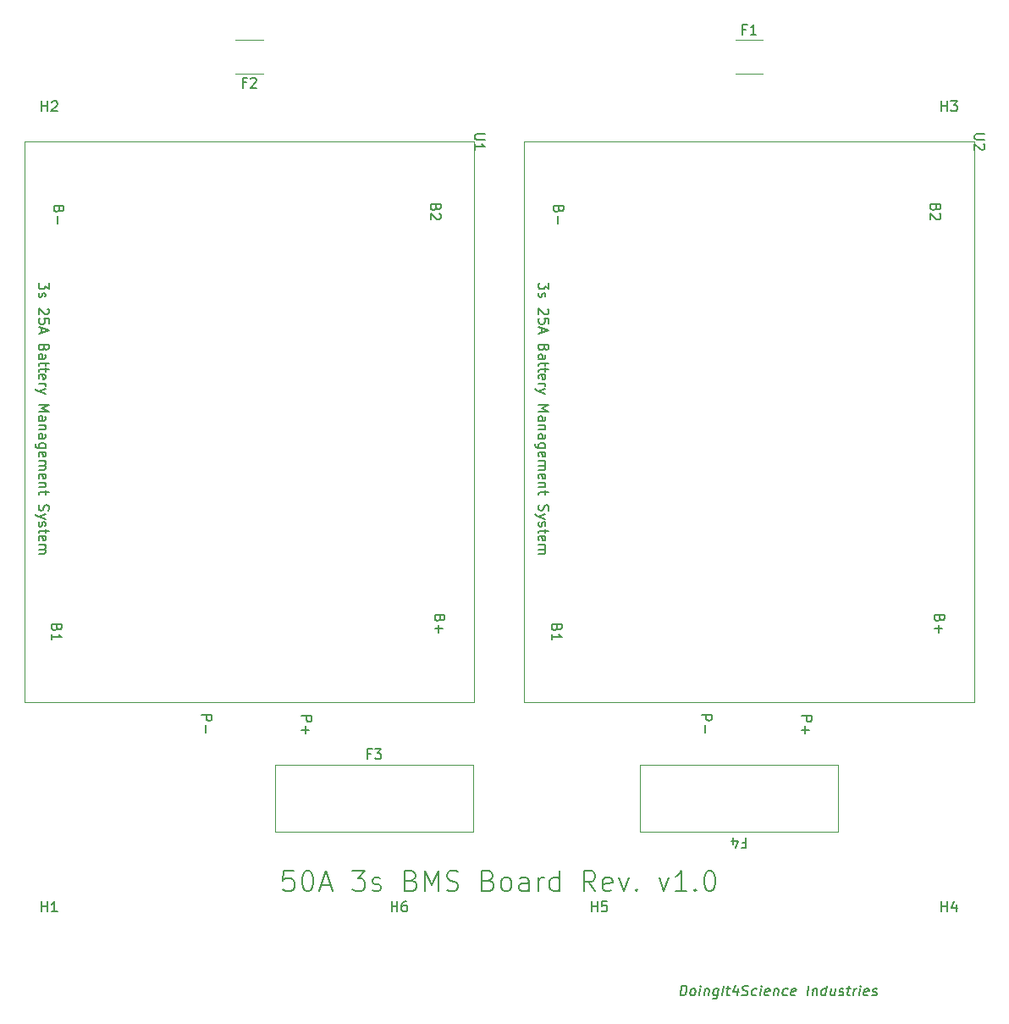
<source format=gbr>
%TF.GenerationSoftware,KiCad,Pcbnew,(6.0.7)*%
%TF.CreationDate,2022-10-27T22:38:12-07:00*%
%TF.ProjectId,3s25ABMS,33733235-4142-44d5-932e-6b696361645f,1.0*%
%TF.SameCoordinates,Original*%
%TF.FileFunction,Legend,Top*%
%TF.FilePolarity,Positive*%
%FSLAX46Y46*%
G04 Gerber Fmt 4.6, Leading zero omitted, Abs format (unit mm)*
G04 Created by KiCad (PCBNEW (6.0.7)) date 2022-10-27 22:38:12*
%MOMM*%
%LPD*%
G01*
G04 APERTURE LIST*
%ADD10C,0.150000*%
%ADD11C,0.120000*%
%ADD12C,0.050000*%
G04 APERTURE END LIST*
D10*
X118119613Y-148852380D02*
X118244613Y-147852380D01*
X118482708Y-147852380D01*
X118619613Y-147900000D01*
X118702946Y-147995238D01*
X118738660Y-148090476D01*
X118762470Y-148280952D01*
X118744613Y-148423809D01*
X118673184Y-148614285D01*
X118613660Y-148709523D01*
X118506517Y-148804761D01*
X118357708Y-148852380D01*
X118119613Y-148852380D01*
X119262470Y-148852380D02*
X119173184Y-148804761D01*
X119131517Y-148757142D01*
X119095803Y-148661904D01*
X119131517Y-148376190D01*
X119191041Y-148280952D01*
X119244613Y-148233333D01*
X119345803Y-148185714D01*
X119488660Y-148185714D01*
X119577946Y-148233333D01*
X119619613Y-148280952D01*
X119655327Y-148376190D01*
X119619613Y-148661904D01*
X119560089Y-148757142D01*
X119506517Y-148804761D01*
X119405327Y-148852380D01*
X119262470Y-148852380D01*
X120024375Y-148852380D02*
X120107708Y-148185714D01*
X120149375Y-147852380D02*
X120095803Y-147900000D01*
X120137470Y-147947619D01*
X120191041Y-147900000D01*
X120149375Y-147852380D01*
X120137470Y-147947619D01*
X120583898Y-148185714D02*
X120500565Y-148852380D01*
X120571994Y-148280952D02*
X120625565Y-148233333D01*
X120726755Y-148185714D01*
X120869613Y-148185714D01*
X120958898Y-148233333D01*
X120994613Y-148328571D01*
X120929136Y-148852380D01*
X121917232Y-148185714D02*
X121816041Y-148995238D01*
X121756517Y-149090476D01*
X121702946Y-149138095D01*
X121601755Y-149185714D01*
X121458898Y-149185714D01*
X121369613Y-149138095D01*
X121839851Y-148804761D02*
X121738660Y-148852380D01*
X121548184Y-148852380D01*
X121458898Y-148804761D01*
X121417232Y-148757142D01*
X121381517Y-148661904D01*
X121417232Y-148376190D01*
X121476755Y-148280952D01*
X121530327Y-148233333D01*
X121631517Y-148185714D01*
X121821994Y-148185714D01*
X121911279Y-148233333D01*
X122310089Y-148852380D02*
X122435089Y-147852380D01*
X122726755Y-148185714D02*
X123107708Y-148185714D01*
X122911279Y-147852380D02*
X122804136Y-148709523D01*
X122839851Y-148804761D01*
X122929136Y-148852380D01*
X123024375Y-148852380D01*
X123869613Y-148185714D02*
X123786279Y-148852380D01*
X123679136Y-147804761D02*
X123351755Y-148519047D01*
X123970803Y-148519047D01*
X124268422Y-148804761D02*
X124405327Y-148852380D01*
X124643422Y-148852380D01*
X124744613Y-148804761D01*
X124798184Y-148757142D01*
X124857708Y-148661904D01*
X124869613Y-148566666D01*
X124833898Y-148471428D01*
X124792232Y-148423809D01*
X124702946Y-148376190D01*
X124518422Y-148328571D01*
X124429136Y-148280952D01*
X124387470Y-148233333D01*
X124351755Y-148138095D01*
X124363660Y-148042857D01*
X124423184Y-147947619D01*
X124476755Y-147900000D01*
X124577946Y-147852380D01*
X124816041Y-147852380D01*
X124952946Y-147900000D01*
X125696994Y-148804761D02*
X125595803Y-148852380D01*
X125405327Y-148852380D01*
X125316041Y-148804761D01*
X125274375Y-148757142D01*
X125238660Y-148661904D01*
X125274375Y-148376190D01*
X125333898Y-148280952D01*
X125387470Y-148233333D01*
X125488660Y-148185714D01*
X125679136Y-148185714D01*
X125768422Y-148233333D01*
X126119613Y-148852380D02*
X126202946Y-148185714D01*
X126244613Y-147852380D02*
X126191041Y-147900000D01*
X126232708Y-147947619D01*
X126286279Y-147900000D01*
X126244613Y-147852380D01*
X126232708Y-147947619D01*
X126982708Y-148804761D02*
X126881517Y-148852380D01*
X126691041Y-148852380D01*
X126601755Y-148804761D01*
X126566041Y-148709523D01*
X126613660Y-148328571D01*
X126673184Y-148233333D01*
X126774375Y-148185714D01*
X126964851Y-148185714D01*
X127054136Y-148233333D01*
X127089851Y-148328571D01*
X127077946Y-148423809D01*
X126589851Y-148519047D01*
X127536279Y-148185714D02*
X127452946Y-148852380D01*
X127524375Y-148280952D02*
X127577946Y-148233333D01*
X127679136Y-148185714D01*
X127821994Y-148185714D01*
X127911279Y-148233333D01*
X127946994Y-148328571D01*
X127881517Y-148852380D01*
X128792232Y-148804761D02*
X128691041Y-148852380D01*
X128500565Y-148852380D01*
X128411279Y-148804761D01*
X128369613Y-148757142D01*
X128333898Y-148661904D01*
X128369613Y-148376190D01*
X128429136Y-148280952D01*
X128482708Y-148233333D01*
X128583898Y-148185714D01*
X128774375Y-148185714D01*
X128863660Y-148233333D01*
X129601755Y-148804761D02*
X129500565Y-148852380D01*
X129310089Y-148852380D01*
X129220803Y-148804761D01*
X129185089Y-148709523D01*
X129232708Y-148328571D01*
X129292232Y-148233333D01*
X129393422Y-148185714D01*
X129583898Y-148185714D01*
X129673184Y-148233333D01*
X129708898Y-148328571D01*
X129696994Y-148423809D01*
X129208898Y-148519047D01*
X130833898Y-148852380D02*
X130958898Y-147852380D01*
X131393422Y-148185714D02*
X131310089Y-148852380D01*
X131381517Y-148280952D02*
X131435089Y-148233333D01*
X131536279Y-148185714D01*
X131679136Y-148185714D01*
X131768422Y-148233333D01*
X131804136Y-148328571D01*
X131738660Y-148852380D01*
X132643422Y-148852380D02*
X132768422Y-147852380D01*
X132649375Y-148804761D02*
X132548184Y-148852380D01*
X132357708Y-148852380D01*
X132268422Y-148804761D01*
X132226755Y-148757142D01*
X132191041Y-148661904D01*
X132226755Y-148376190D01*
X132286279Y-148280952D01*
X132339851Y-148233333D01*
X132441041Y-148185714D01*
X132631517Y-148185714D01*
X132720803Y-148233333D01*
X133631517Y-148185714D02*
X133548184Y-148852380D01*
X133202946Y-148185714D02*
X133137470Y-148709523D01*
X133173184Y-148804761D01*
X133262470Y-148852380D01*
X133405327Y-148852380D01*
X133506517Y-148804761D01*
X133560089Y-148757142D01*
X133982708Y-148804761D02*
X134071994Y-148852380D01*
X134262470Y-148852380D01*
X134363660Y-148804761D01*
X134423184Y-148709523D01*
X134429136Y-148661904D01*
X134393422Y-148566666D01*
X134304136Y-148519047D01*
X134161279Y-148519047D01*
X134071994Y-148471428D01*
X134036279Y-148376190D01*
X134042232Y-148328571D01*
X134101755Y-148233333D01*
X134202946Y-148185714D01*
X134345803Y-148185714D01*
X134435089Y-148233333D01*
X134774375Y-148185714D02*
X135155327Y-148185714D01*
X134958898Y-147852380D02*
X134851755Y-148709523D01*
X134887470Y-148804761D01*
X134976755Y-148852380D01*
X135071994Y-148852380D01*
X135405327Y-148852380D02*
X135488660Y-148185714D01*
X135464851Y-148376190D02*
X135524375Y-148280952D01*
X135577946Y-148233333D01*
X135679136Y-148185714D01*
X135774375Y-148185714D01*
X136024375Y-148852380D02*
X136107708Y-148185714D01*
X136149375Y-147852380D02*
X136095803Y-147900000D01*
X136137470Y-147947619D01*
X136191041Y-147900000D01*
X136149375Y-147852380D01*
X136137470Y-147947619D01*
X136887470Y-148804761D02*
X136786279Y-148852380D01*
X136595803Y-148852380D01*
X136506517Y-148804761D01*
X136470803Y-148709523D01*
X136518422Y-148328571D01*
X136577946Y-148233333D01*
X136679136Y-148185714D01*
X136869613Y-148185714D01*
X136958898Y-148233333D01*
X136994613Y-148328571D01*
X136982708Y-148423809D01*
X136494613Y-148519047D01*
X137316041Y-148804761D02*
X137405327Y-148852380D01*
X137595803Y-148852380D01*
X137696994Y-148804761D01*
X137756517Y-148709523D01*
X137762470Y-148661904D01*
X137726755Y-148566666D01*
X137637470Y-148519047D01*
X137494613Y-148519047D01*
X137405327Y-148471428D01*
X137369613Y-148376190D01*
X137375565Y-148328571D01*
X137435089Y-148233333D01*
X137536279Y-148185714D01*
X137679136Y-148185714D01*
X137768422Y-148233333D01*
X79428571Y-136404761D02*
X78476190Y-136404761D01*
X78380952Y-137357142D01*
X78476190Y-137261904D01*
X78666666Y-137166666D01*
X79142857Y-137166666D01*
X79333333Y-137261904D01*
X79428571Y-137357142D01*
X79523809Y-137547619D01*
X79523809Y-138023809D01*
X79428571Y-138214285D01*
X79333333Y-138309523D01*
X79142857Y-138404761D01*
X78666666Y-138404761D01*
X78476190Y-138309523D01*
X78380952Y-138214285D01*
X80761904Y-136404761D02*
X80952380Y-136404761D01*
X81142857Y-136500000D01*
X81238095Y-136595238D01*
X81333333Y-136785714D01*
X81428571Y-137166666D01*
X81428571Y-137642857D01*
X81333333Y-138023809D01*
X81238095Y-138214285D01*
X81142857Y-138309523D01*
X80952380Y-138404761D01*
X80761904Y-138404761D01*
X80571428Y-138309523D01*
X80476190Y-138214285D01*
X80380952Y-138023809D01*
X80285714Y-137642857D01*
X80285714Y-137166666D01*
X80380952Y-136785714D01*
X80476190Y-136595238D01*
X80571428Y-136500000D01*
X80761904Y-136404761D01*
X82190476Y-137833333D02*
X83142857Y-137833333D01*
X82000000Y-138404761D02*
X82666666Y-136404761D01*
X83333333Y-138404761D01*
X85333333Y-136404761D02*
X86571428Y-136404761D01*
X85904761Y-137166666D01*
X86190476Y-137166666D01*
X86380952Y-137261904D01*
X86476190Y-137357142D01*
X86571428Y-137547619D01*
X86571428Y-138023809D01*
X86476190Y-138214285D01*
X86380952Y-138309523D01*
X86190476Y-138404761D01*
X85619047Y-138404761D01*
X85428571Y-138309523D01*
X85333333Y-138214285D01*
X87333333Y-138309523D02*
X87523809Y-138404761D01*
X87904761Y-138404761D01*
X88095238Y-138309523D01*
X88190476Y-138119047D01*
X88190476Y-138023809D01*
X88095238Y-137833333D01*
X87904761Y-137738095D01*
X87619047Y-137738095D01*
X87428571Y-137642857D01*
X87333333Y-137452380D01*
X87333333Y-137357142D01*
X87428571Y-137166666D01*
X87619047Y-137071428D01*
X87904761Y-137071428D01*
X88095238Y-137166666D01*
X91238095Y-137357142D02*
X91523809Y-137452380D01*
X91619047Y-137547619D01*
X91714285Y-137738095D01*
X91714285Y-138023809D01*
X91619047Y-138214285D01*
X91523809Y-138309523D01*
X91333333Y-138404761D01*
X90571428Y-138404761D01*
X90571428Y-136404761D01*
X91238095Y-136404761D01*
X91428571Y-136500000D01*
X91523809Y-136595238D01*
X91619047Y-136785714D01*
X91619047Y-136976190D01*
X91523809Y-137166666D01*
X91428571Y-137261904D01*
X91238095Y-137357142D01*
X90571428Y-137357142D01*
X92571428Y-138404761D02*
X92571428Y-136404761D01*
X93238095Y-137833333D01*
X93904761Y-136404761D01*
X93904761Y-138404761D01*
X94761904Y-138309523D02*
X95047619Y-138404761D01*
X95523809Y-138404761D01*
X95714285Y-138309523D01*
X95809523Y-138214285D01*
X95904761Y-138023809D01*
X95904761Y-137833333D01*
X95809523Y-137642857D01*
X95714285Y-137547619D01*
X95523809Y-137452380D01*
X95142857Y-137357142D01*
X94952380Y-137261904D01*
X94857142Y-137166666D01*
X94761904Y-136976190D01*
X94761904Y-136785714D01*
X94857142Y-136595238D01*
X94952380Y-136500000D01*
X95142857Y-136404761D01*
X95619047Y-136404761D01*
X95904761Y-136500000D01*
X98952380Y-137357142D02*
X99238095Y-137452380D01*
X99333333Y-137547619D01*
X99428571Y-137738095D01*
X99428571Y-138023809D01*
X99333333Y-138214285D01*
X99238095Y-138309523D01*
X99047619Y-138404761D01*
X98285714Y-138404761D01*
X98285714Y-136404761D01*
X98952380Y-136404761D01*
X99142857Y-136500000D01*
X99238095Y-136595238D01*
X99333333Y-136785714D01*
X99333333Y-136976190D01*
X99238095Y-137166666D01*
X99142857Y-137261904D01*
X98952380Y-137357142D01*
X98285714Y-137357142D01*
X100571428Y-138404761D02*
X100380952Y-138309523D01*
X100285714Y-138214285D01*
X100190476Y-138023809D01*
X100190476Y-137452380D01*
X100285714Y-137261904D01*
X100380952Y-137166666D01*
X100571428Y-137071428D01*
X100857142Y-137071428D01*
X101047619Y-137166666D01*
X101142857Y-137261904D01*
X101238095Y-137452380D01*
X101238095Y-138023809D01*
X101142857Y-138214285D01*
X101047619Y-138309523D01*
X100857142Y-138404761D01*
X100571428Y-138404761D01*
X102952380Y-138404761D02*
X102952380Y-137357142D01*
X102857142Y-137166666D01*
X102666666Y-137071428D01*
X102285714Y-137071428D01*
X102095238Y-137166666D01*
X102952380Y-138309523D02*
X102761904Y-138404761D01*
X102285714Y-138404761D01*
X102095238Y-138309523D01*
X102000000Y-138119047D01*
X102000000Y-137928571D01*
X102095238Y-137738095D01*
X102285714Y-137642857D01*
X102761904Y-137642857D01*
X102952380Y-137547619D01*
X103904761Y-138404761D02*
X103904761Y-137071428D01*
X103904761Y-137452380D02*
X104000000Y-137261904D01*
X104095238Y-137166666D01*
X104285714Y-137071428D01*
X104476190Y-137071428D01*
X106000000Y-138404761D02*
X106000000Y-136404761D01*
X106000000Y-138309523D02*
X105809523Y-138404761D01*
X105428571Y-138404761D01*
X105238095Y-138309523D01*
X105142857Y-138214285D01*
X105047619Y-138023809D01*
X105047619Y-137452380D01*
X105142857Y-137261904D01*
X105238095Y-137166666D01*
X105428571Y-137071428D01*
X105809523Y-137071428D01*
X106000000Y-137166666D01*
X109619047Y-138404761D02*
X108952380Y-137452380D01*
X108476190Y-138404761D02*
X108476190Y-136404761D01*
X109238095Y-136404761D01*
X109428571Y-136500000D01*
X109523809Y-136595238D01*
X109619047Y-136785714D01*
X109619047Y-137071428D01*
X109523809Y-137261904D01*
X109428571Y-137357142D01*
X109238095Y-137452380D01*
X108476190Y-137452380D01*
X111238095Y-138309523D02*
X111047619Y-138404761D01*
X110666666Y-138404761D01*
X110476190Y-138309523D01*
X110380952Y-138119047D01*
X110380952Y-137357142D01*
X110476190Y-137166666D01*
X110666666Y-137071428D01*
X111047619Y-137071428D01*
X111238095Y-137166666D01*
X111333333Y-137357142D01*
X111333333Y-137547619D01*
X110380952Y-137738095D01*
X112000000Y-137071428D02*
X112476190Y-138404761D01*
X112952380Y-137071428D01*
X113714285Y-138214285D02*
X113809523Y-138309523D01*
X113714285Y-138404761D01*
X113619047Y-138309523D01*
X113714285Y-138214285D01*
X113714285Y-138404761D01*
X116000000Y-137071428D02*
X116476190Y-138404761D01*
X116952380Y-137071428D01*
X118761904Y-138404761D02*
X117619047Y-138404761D01*
X118190476Y-138404761D02*
X118190476Y-136404761D01*
X118000000Y-136690476D01*
X117809523Y-136880952D01*
X117619047Y-136976190D01*
X119619047Y-138214285D02*
X119714285Y-138309523D01*
X119619047Y-138404761D01*
X119523809Y-138309523D01*
X119619047Y-138214285D01*
X119619047Y-138404761D01*
X120952380Y-136404761D02*
X121142857Y-136404761D01*
X121333333Y-136500000D01*
X121428571Y-136595238D01*
X121523809Y-136785714D01*
X121619047Y-137166666D01*
X121619047Y-137642857D01*
X121523809Y-138023809D01*
X121428571Y-138214285D01*
X121333333Y-138309523D01*
X121142857Y-138404761D01*
X120952380Y-138404761D01*
X120761904Y-138309523D01*
X120666666Y-138214285D01*
X120571428Y-138023809D01*
X120476190Y-137642857D01*
X120476190Y-137166666D01*
X120571428Y-136785714D01*
X120666666Y-136595238D01*
X120761904Y-136500000D01*
X120952380Y-136404761D01*
%TO.C,F2*%
X74666666Y-57578571D02*
X74333333Y-57578571D01*
X74333333Y-58102380D02*
X74333333Y-57102380D01*
X74809523Y-57102380D01*
X75142857Y-57197619D02*
X75190476Y-57150000D01*
X75285714Y-57102380D01*
X75523809Y-57102380D01*
X75619047Y-57150000D01*
X75666666Y-57197619D01*
X75714285Y-57292857D01*
X75714285Y-57388095D01*
X75666666Y-57530952D01*
X75095238Y-58102380D01*
X75714285Y-58102380D01*
%TO.C,U2*%
X148547619Y-62738095D02*
X147738095Y-62738095D01*
X147642857Y-62785714D01*
X147595238Y-62833333D01*
X147547619Y-62928571D01*
X147547619Y-63119047D01*
X147595238Y-63214285D01*
X147642857Y-63261904D01*
X147738095Y-63309523D01*
X148547619Y-63309523D01*
X148452380Y-63738095D02*
X148500000Y-63785714D01*
X148547619Y-63880952D01*
X148547619Y-64119047D01*
X148500000Y-64214285D01*
X148452380Y-64261904D01*
X148357142Y-64309523D01*
X148261904Y-64309523D01*
X148119047Y-64261904D01*
X147547619Y-63690476D01*
X147547619Y-64309523D01*
X130247619Y-120919047D02*
X131247619Y-120919047D01*
X131247619Y-121300000D01*
X131200000Y-121395238D01*
X131152380Y-121442857D01*
X131057142Y-121490476D01*
X130914285Y-121490476D01*
X130819047Y-121442857D01*
X130771428Y-121395238D01*
X130723809Y-121300000D01*
X130723809Y-120919047D01*
X130628571Y-121919047D02*
X130628571Y-122680952D01*
X130247619Y-122300000D02*
X131009523Y-122300000D01*
X144071428Y-111152380D02*
X144023809Y-111295238D01*
X143976190Y-111342857D01*
X143880952Y-111390476D01*
X143738095Y-111390476D01*
X143642857Y-111342857D01*
X143595238Y-111295238D01*
X143547619Y-111200000D01*
X143547619Y-110819047D01*
X144547619Y-110819047D01*
X144547619Y-111152380D01*
X144500000Y-111247619D01*
X144452380Y-111295238D01*
X144357142Y-111342857D01*
X144261904Y-111342857D01*
X144166666Y-111295238D01*
X144119047Y-111247619D01*
X144071428Y-111152380D01*
X144071428Y-110819047D01*
X143928571Y-111819047D02*
X143928571Y-112580952D01*
X143547619Y-112200000D02*
X144309523Y-112200000D01*
X120247619Y-120819047D02*
X121247619Y-120819047D01*
X121247619Y-121200000D01*
X121200000Y-121295238D01*
X121152380Y-121342857D01*
X121057142Y-121390476D01*
X120914285Y-121390476D01*
X120819047Y-121342857D01*
X120771428Y-121295238D01*
X120723809Y-121200000D01*
X120723809Y-120819047D01*
X120628571Y-121819047D02*
X120628571Y-122580952D01*
X143671428Y-70095238D02*
X143623809Y-70238095D01*
X143576190Y-70285714D01*
X143480952Y-70333333D01*
X143338095Y-70333333D01*
X143242857Y-70285714D01*
X143195238Y-70238095D01*
X143147619Y-70142857D01*
X143147619Y-69761904D01*
X144147619Y-69761904D01*
X144147619Y-70095238D01*
X144100000Y-70190476D01*
X144052380Y-70238095D01*
X143957142Y-70285714D01*
X143861904Y-70285714D01*
X143766666Y-70238095D01*
X143719047Y-70190476D01*
X143671428Y-70095238D01*
X143671428Y-69761904D01*
X144052380Y-70714285D02*
X144100000Y-70761904D01*
X144147619Y-70857142D01*
X144147619Y-71095238D01*
X144100000Y-71190476D01*
X144052380Y-71238095D01*
X143957142Y-71285714D01*
X143861904Y-71285714D01*
X143719047Y-71238095D01*
X143147619Y-70666666D01*
X143147619Y-71285714D01*
X104947619Y-77628571D02*
X104947619Y-78247619D01*
X104566666Y-77914285D01*
X104566666Y-78057142D01*
X104519047Y-78152380D01*
X104471428Y-78200000D01*
X104376190Y-78247619D01*
X104138095Y-78247619D01*
X104042857Y-78200000D01*
X103995238Y-78152380D01*
X103947619Y-78057142D01*
X103947619Y-77771428D01*
X103995238Y-77676190D01*
X104042857Y-77628571D01*
X103995238Y-78628571D02*
X103947619Y-78723809D01*
X103947619Y-78914285D01*
X103995238Y-79009523D01*
X104090476Y-79057142D01*
X104138095Y-79057142D01*
X104233333Y-79009523D01*
X104280952Y-78914285D01*
X104280952Y-78771428D01*
X104328571Y-78676190D01*
X104423809Y-78628571D01*
X104471428Y-78628571D01*
X104566666Y-78676190D01*
X104614285Y-78771428D01*
X104614285Y-78914285D01*
X104566666Y-79009523D01*
X104852380Y-80200000D02*
X104900000Y-80247619D01*
X104947619Y-80342857D01*
X104947619Y-80580952D01*
X104900000Y-80676190D01*
X104852380Y-80723809D01*
X104757142Y-80771428D01*
X104661904Y-80771428D01*
X104519047Y-80723809D01*
X103947619Y-80152380D01*
X103947619Y-80771428D01*
X104947619Y-81676190D02*
X104947619Y-81200000D01*
X104471428Y-81152380D01*
X104519047Y-81200000D01*
X104566666Y-81295238D01*
X104566666Y-81533333D01*
X104519047Y-81628571D01*
X104471428Y-81676190D01*
X104376190Y-81723809D01*
X104138095Y-81723809D01*
X104042857Y-81676190D01*
X103995238Y-81628571D01*
X103947619Y-81533333D01*
X103947619Y-81295238D01*
X103995238Y-81200000D01*
X104042857Y-81152380D01*
X104233333Y-82104761D02*
X104233333Y-82580952D01*
X103947619Y-82009523D02*
X104947619Y-82342857D01*
X103947619Y-82676190D01*
X104471428Y-84104761D02*
X104423809Y-84247619D01*
X104376190Y-84295238D01*
X104280952Y-84342857D01*
X104138095Y-84342857D01*
X104042857Y-84295238D01*
X103995238Y-84247619D01*
X103947619Y-84152380D01*
X103947619Y-83771428D01*
X104947619Y-83771428D01*
X104947619Y-84104761D01*
X104900000Y-84200000D01*
X104852380Y-84247619D01*
X104757142Y-84295238D01*
X104661904Y-84295238D01*
X104566666Y-84247619D01*
X104519047Y-84200000D01*
X104471428Y-84104761D01*
X104471428Y-83771428D01*
X103947619Y-85200000D02*
X104471428Y-85200000D01*
X104566666Y-85152380D01*
X104614285Y-85057142D01*
X104614285Y-84866666D01*
X104566666Y-84771428D01*
X103995238Y-85200000D02*
X103947619Y-85104761D01*
X103947619Y-84866666D01*
X103995238Y-84771428D01*
X104090476Y-84723809D01*
X104185714Y-84723809D01*
X104280952Y-84771428D01*
X104328571Y-84866666D01*
X104328571Y-85104761D01*
X104376190Y-85200000D01*
X104614285Y-85533333D02*
X104614285Y-85914285D01*
X104947619Y-85676190D02*
X104090476Y-85676190D01*
X103995238Y-85723809D01*
X103947619Y-85819047D01*
X103947619Y-85914285D01*
X104614285Y-86104761D02*
X104614285Y-86485714D01*
X104947619Y-86247619D02*
X104090476Y-86247619D01*
X103995238Y-86295238D01*
X103947619Y-86390476D01*
X103947619Y-86485714D01*
X103995238Y-87200000D02*
X103947619Y-87104761D01*
X103947619Y-86914285D01*
X103995238Y-86819047D01*
X104090476Y-86771428D01*
X104471428Y-86771428D01*
X104566666Y-86819047D01*
X104614285Y-86914285D01*
X104614285Y-87104761D01*
X104566666Y-87200000D01*
X104471428Y-87247619D01*
X104376190Y-87247619D01*
X104280952Y-86771428D01*
X103947619Y-87676190D02*
X104614285Y-87676190D01*
X104423809Y-87676190D02*
X104519047Y-87723809D01*
X104566666Y-87771428D01*
X104614285Y-87866666D01*
X104614285Y-87961904D01*
X104614285Y-88200000D02*
X103947619Y-88438095D01*
X104614285Y-88676190D02*
X103947619Y-88438095D01*
X103709523Y-88342857D01*
X103661904Y-88295238D01*
X103614285Y-88200000D01*
X103947619Y-89819047D02*
X104947619Y-89819047D01*
X104233333Y-90152380D01*
X104947619Y-90485714D01*
X103947619Y-90485714D01*
X103947619Y-91390476D02*
X104471428Y-91390476D01*
X104566666Y-91342857D01*
X104614285Y-91247619D01*
X104614285Y-91057142D01*
X104566666Y-90961904D01*
X103995238Y-91390476D02*
X103947619Y-91295238D01*
X103947619Y-91057142D01*
X103995238Y-90961904D01*
X104090476Y-90914285D01*
X104185714Y-90914285D01*
X104280952Y-90961904D01*
X104328571Y-91057142D01*
X104328571Y-91295238D01*
X104376190Y-91390476D01*
X104614285Y-91866666D02*
X103947619Y-91866666D01*
X104519047Y-91866666D02*
X104566666Y-91914285D01*
X104614285Y-92009523D01*
X104614285Y-92152380D01*
X104566666Y-92247619D01*
X104471428Y-92295238D01*
X103947619Y-92295238D01*
X103947619Y-93200000D02*
X104471428Y-93200000D01*
X104566666Y-93152380D01*
X104614285Y-93057142D01*
X104614285Y-92866666D01*
X104566666Y-92771428D01*
X103995238Y-93200000D02*
X103947619Y-93104761D01*
X103947619Y-92866666D01*
X103995238Y-92771428D01*
X104090476Y-92723809D01*
X104185714Y-92723809D01*
X104280952Y-92771428D01*
X104328571Y-92866666D01*
X104328571Y-93104761D01*
X104376190Y-93200000D01*
X104614285Y-94104761D02*
X103804761Y-94104761D01*
X103709523Y-94057142D01*
X103661904Y-94009523D01*
X103614285Y-93914285D01*
X103614285Y-93771428D01*
X103661904Y-93676190D01*
X103995238Y-94104761D02*
X103947619Y-94009523D01*
X103947619Y-93819047D01*
X103995238Y-93723809D01*
X104042857Y-93676190D01*
X104138095Y-93628571D01*
X104423809Y-93628571D01*
X104519047Y-93676190D01*
X104566666Y-93723809D01*
X104614285Y-93819047D01*
X104614285Y-94009523D01*
X104566666Y-94104761D01*
X103995238Y-94961904D02*
X103947619Y-94866666D01*
X103947619Y-94676190D01*
X103995238Y-94580952D01*
X104090476Y-94533333D01*
X104471428Y-94533333D01*
X104566666Y-94580952D01*
X104614285Y-94676190D01*
X104614285Y-94866666D01*
X104566666Y-94961904D01*
X104471428Y-95009523D01*
X104376190Y-95009523D01*
X104280952Y-94533333D01*
X103947619Y-95438095D02*
X104614285Y-95438095D01*
X104519047Y-95438095D02*
X104566666Y-95485714D01*
X104614285Y-95580952D01*
X104614285Y-95723809D01*
X104566666Y-95819047D01*
X104471428Y-95866666D01*
X103947619Y-95866666D01*
X104471428Y-95866666D02*
X104566666Y-95914285D01*
X104614285Y-96009523D01*
X104614285Y-96152380D01*
X104566666Y-96247619D01*
X104471428Y-96295238D01*
X103947619Y-96295238D01*
X103995238Y-97152380D02*
X103947619Y-97057142D01*
X103947619Y-96866666D01*
X103995238Y-96771428D01*
X104090476Y-96723809D01*
X104471428Y-96723809D01*
X104566666Y-96771428D01*
X104614285Y-96866666D01*
X104614285Y-97057142D01*
X104566666Y-97152380D01*
X104471428Y-97200000D01*
X104376190Y-97200000D01*
X104280952Y-96723809D01*
X104614285Y-97628571D02*
X103947619Y-97628571D01*
X104519047Y-97628571D02*
X104566666Y-97676190D01*
X104614285Y-97771428D01*
X104614285Y-97914285D01*
X104566666Y-98009523D01*
X104471428Y-98057142D01*
X103947619Y-98057142D01*
X104614285Y-98390476D02*
X104614285Y-98771428D01*
X104947619Y-98533333D02*
X104090476Y-98533333D01*
X103995238Y-98580952D01*
X103947619Y-98676190D01*
X103947619Y-98771428D01*
X103995238Y-99819047D02*
X103947619Y-99961904D01*
X103947619Y-100200000D01*
X103995238Y-100295238D01*
X104042857Y-100342857D01*
X104138095Y-100390476D01*
X104233333Y-100390476D01*
X104328571Y-100342857D01*
X104376190Y-100295238D01*
X104423809Y-100200000D01*
X104471428Y-100009523D01*
X104519047Y-99914285D01*
X104566666Y-99866666D01*
X104661904Y-99819047D01*
X104757142Y-99819047D01*
X104852380Y-99866666D01*
X104900000Y-99914285D01*
X104947619Y-100009523D01*
X104947619Y-100247619D01*
X104900000Y-100390476D01*
X104614285Y-100723809D02*
X103947619Y-100961904D01*
X104614285Y-101200000D02*
X103947619Y-100961904D01*
X103709523Y-100866666D01*
X103661904Y-100819047D01*
X103614285Y-100723809D01*
X103995238Y-101533333D02*
X103947619Y-101628571D01*
X103947619Y-101819047D01*
X103995238Y-101914285D01*
X104090476Y-101961904D01*
X104138095Y-101961904D01*
X104233333Y-101914285D01*
X104280952Y-101819047D01*
X104280952Y-101676190D01*
X104328571Y-101580952D01*
X104423809Y-101533333D01*
X104471428Y-101533333D01*
X104566666Y-101580952D01*
X104614285Y-101676190D01*
X104614285Y-101819047D01*
X104566666Y-101914285D01*
X104614285Y-102247619D02*
X104614285Y-102628571D01*
X104947619Y-102390476D02*
X104090476Y-102390476D01*
X103995238Y-102438095D01*
X103947619Y-102533333D01*
X103947619Y-102628571D01*
X103995238Y-103342857D02*
X103947619Y-103247619D01*
X103947619Y-103057142D01*
X103995238Y-102961904D01*
X104090476Y-102914285D01*
X104471428Y-102914285D01*
X104566666Y-102961904D01*
X104614285Y-103057142D01*
X104614285Y-103247619D01*
X104566666Y-103342857D01*
X104471428Y-103390476D01*
X104376190Y-103390476D01*
X104280952Y-102914285D01*
X103947619Y-103819047D02*
X104614285Y-103819047D01*
X104519047Y-103819047D02*
X104566666Y-103866666D01*
X104614285Y-103961904D01*
X104614285Y-104104761D01*
X104566666Y-104200000D01*
X104471428Y-104247619D01*
X103947619Y-104247619D01*
X104471428Y-104247619D02*
X104566666Y-104295238D01*
X104614285Y-104390476D01*
X104614285Y-104533333D01*
X104566666Y-104628571D01*
X104471428Y-104676190D01*
X103947619Y-104676190D01*
X105771428Y-112095238D02*
X105723809Y-112238095D01*
X105676190Y-112285714D01*
X105580952Y-112333333D01*
X105438095Y-112333333D01*
X105342857Y-112285714D01*
X105295238Y-112238095D01*
X105247619Y-112142857D01*
X105247619Y-111761904D01*
X106247619Y-111761904D01*
X106247619Y-112095238D01*
X106200000Y-112190476D01*
X106152380Y-112238095D01*
X106057142Y-112285714D01*
X105961904Y-112285714D01*
X105866666Y-112238095D01*
X105819047Y-112190476D01*
X105771428Y-112095238D01*
X105771428Y-111761904D01*
X105247619Y-113285714D02*
X105247619Y-112714285D01*
X105247619Y-113000000D02*
X106247619Y-113000000D01*
X106104761Y-112904761D01*
X106009523Y-112809523D01*
X105961904Y-112714285D01*
X105971428Y-70252380D02*
X105923809Y-70395238D01*
X105876190Y-70442857D01*
X105780952Y-70490476D01*
X105638095Y-70490476D01*
X105542857Y-70442857D01*
X105495238Y-70395238D01*
X105447619Y-70300000D01*
X105447619Y-69919047D01*
X106447619Y-69919047D01*
X106447619Y-70252380D01*
X106400000Y-70347619D01*
X106352380Y-70395238D01*
X106257142Y-70442857D01*
X106161904Y-70442857D01*
X106066666Y-70395238D01*
X106019047Y-70347619D01*
X105971428Y-70252380D01*
X105971428Y-69919047D01*
X105828571Y-70919047D02*
X105828571Y-71680952D01*
%TO.C,H1*%
X54238095Y-140452380D02*
X54238095Y-139452380D01*
X54238095Y-139928571D02*
X54809523Y-139928571D01*
X54809523Y-140452380D02*
X54809523Y-139452380D01*
X55809523Y-140452380D02*
X55238095Y-140452380D01*
X55523809Y-140452380D02*
X55523809Y-139452380D01*
X55428571Y-139595238D01*
X55333333Y-139690476D01*
X55238095Y-139738095D01*
%TO.C,H2*%
X54238095Y-60452380D02*
X54238095Y-59452380D01*
X54238095Y-59928571D02*
X54809523Y-59928571D01*
X54809523Y-60452380D02*
X54809523Y-59452380D01*
X55238095Y-59547619D02*
X55285714Y-59500000D01*
X55380952Y-59452380D01*
X55619047Y-59452380D01*
X55714285Y-59500000D01*
X55761904Y-59547619D01*
X55809523Y-59642857D01*
X55809523Y-59738095D01*
X55761904Y-59880952D01*
X55190476Y-60452380D01*
X55809523Y-60452380D01*
%TO.C,F1*%
X124666666Y-52278571D02*
X124333333Y-52278571D01*
X124333333Y-52802380D02*
X124333333Y-51802380D01*
X124809523Y-51802380D01*
X125714285Y-52802380D02*
X125142857Y-52802380D01*
X125428571Y-52802380D02*
X125428571Y-51802380D01*
X125333333Y-51945238D01*
X125238095Y-52040476D01*
X125142857Y-52088095D01*
%TO.C,H5*%
X109238095Y-140452380D02*
X109238095Y-139452380D01*
X109238095Y-139928571D02*
X109809523Y-139928571D01*
X109809523Y-140452380D02*
X109809523Y-139452380D01*
X110761904Y-139452380D02*
X110285714Y-139452380D01*
X110238095Y-139928571D01*
X110285714Y-139880952D01*
X110380952Y-139833333D01*
X110619047Y-139833333D01*
X110714285Y-139880952D01*
X110761904Y-139928571D01*
X110809523Y-140023809D01*
X110809523Y-140261904D01*
X110761904Y-140357142D01*
X110714285Y-140404761D01*
X110619047Y-140452380D01*
X110380952Y-140452380D01*
X110285714Y-140404761D01*
X110238095Y-140357142D01*
%TO.C,F4*%
X124353333Y-133571428D02*
X124686666Y-133571428D01*
X124686666Y-133047619D02*
X124686666Y-134047619D01*
X124210476Y-134047619D01*
X123400952Y-133714285D02*
X123400952Y-133047619D01*
X123639047Y-134095238D02*
X123877142Y-133380952D01*
X123258095Y-133380952D01*
%TO.C,H6*%
X89238095Y-140452380D02*
X89238095Y-139452380D01*
X89238095Y-139928571D02*
X89809523Y-139928571D01*
X89809523Y-140452380D02*
X89809523Y-139452380D01*
X90714285Y-139452380D02*
X90523809Y-139452380D01*
X90428571Y-139500000D01*
X90380952Y-139547619D01*
X90285714Y-139690476D01*
X90238095Y-139880952D01*
X90238095Y-140261904D01*
X90285714Y-140357142D01*
X90333333Y-140404761D01*
X90428571Y-140452380D01*
X90619047Y-140452380D01*
X90714285Y-140404761D01*
X90761904Y-140357142D01*
X90809523Y-140261904D01*
X90809523Y-140023809D01*
X90761904Y-139928571D01*
X90714285Y-139880952D01*
X90619047Y-139833333D01*
X90428571Y-139833333D01*
X90333333Y-139880952D01*
X90285714Y-139928571D01*
X90238095Y-140023809D01*
%TO.C,H4*%
X144238095Y-140452380D02*
X144238095Y-139452380D01*
X144238095Y-139928571D02*
X144809523Y-139928571D01*
X144809523Y-140452380D02*
X144809523Y-139452380D01*
X145714285Y-139785714D02*
X145714285Y-140452380D01*
X145476190Y-139404761D02*
X145238095Y-140119047D01*
X145857142Y-140119047D01*
%TO.C,H3*%
X144238095Y-60452380D02*
X144238095Y-59452380D01*
X144238095Y-59928571D02*
X144809523Y-59928571D01*
X144809523Y-60452380D02*
X144809523Y-59452380D01*
X145190476Y-59452380D02*
X145809523Y-59452380D01*
X145476190Y-59833333D01*
X145619047Y-59833333D01*
X145714285Y-59880952D01*
X145761904Y-59928571D01*
X145809523Y-60023809D01*
X145809523Y-60261904D01*
X145761904Y-60357142D01*
X145714285Y-60404761D01*
X145619047Y-60452380D01*
X145333333Y-60452380D01*
X145238095Y-60404761D01*
X145190476Y-60357142D01*
%TO.C,U1*%
X98547619Y-62738095D02*
X97738095Y-62738095D01*
X97642857Y-62785714D01*
X97595238Y-62833333D01*
X97547619Y-62928571D01*
X97547619Y-63119047D01*
X97595238Y-63214285D01*
X97642857Y-63261904D01*
X97738095Y-63309523D01*
X98547619Y-63309523D01*
X97547619Y-64309523D02*
X97547619Y-63738095D01*
X97547619Y-64023809D02*
X98547619Y-64023809D01*
X98404761Y-63928571D01*
X98309523Y-63833333D01*
X98261904Y-63738095D01*
X80247619Y-120919047D02*
X81247619Y-120919047D01*
X81247619Y-121300000D01*
X81200000Y-121395238D01*
X81152380Y-121442857D01*
X81057142Y-121490476D01*
X80914285Y-121490476D01*
X80819047Y-121442857D01*
X80771428Y-121395238D01*
X80723809Y-121300000D01*
X80723809Y-120919047D01*
X80628571Y-121919047D02*
X80628571Y-122680952D01*
X80247619Y-122300000D02*
X81009523Y-122300000D01*
X70247619Y-120819047D02*
X71247619Y-120819047D01*
X71247619Y-121200000D01*
X71200000Y-121295238D01*
X71152380Y-121342857D01*
X71057142Y-121390476D01*
X70914285Y-121390476D01*
X70819047Y-121342857D01*
X70771428Y-121295238D01*
X70723809Y-121200000D01*
X70723809Y-120819047D01*
X70628571Y-121819047D02*
X70628571Y-122580952D01*
X55971428Y-70252380D02*
X55923809Y-70395238D01*
X55876190Y-70442857D01*
X55780952Y-70490476D01*
X55638095Y-70490476D01*
X55542857Y-70442857D01*
X55495238Y-70395238D01*
X55447619Y-70300000D01*
X55447619Y-69919047D01*
X56447619Y-69919047D01*
X56447619Y-70252380D01*
X56400000Y-70347619D01*
X56352380Y-70395238D01*
X56257142Y-70442857D01*
X56161904Y-70442857D01*
X56066666Y-70395238D01*
X56019047Y-70347619D01*
X55971428Y-70252380D01*
X55971428Y-69919047D01*
X55828571Y-70919047D02*
X55828571Y-71680952D01*
X55771428Y-112095238D02*
X55723809Y-112238095D01*
X55676190Y-112285714D01*
X55580952Y-112333333D01*
X55438095Y-112333333D01*
X55342857Y-112285714D01*
X55295238Y-112238095D01*
X55247619Y-112142857D01*
X55247619Y-111761904D01*
X56247619Y-111761904D01*
X56247619Y-112095238D01*
X56200000Y-112190476D01*
X56152380Y-112238095D01*
X56057142Y-112285714D01*
X55961904Y-112285714D01*
X55866666Y-112238095D01*
X55819047Y-112190476D01*
X55771428Y-112095238D01*
X55771428Y-111761904D01*
X55247619Y-113285714D02*
X55247619Y-112714285D01*
X55247619Y-113000000D02*
X56247619Y-113000000D01*
X56104761Y-112904761D01*
X56009523Y-112809523D01*
X55961904Y-112714285D01*
X94071428Y-111152380D02*
X94023809Y-111295238D01*
X93976190Y-111342857D01*
X93880952Y-111390476D01*
X93738095Y-111390476D01*
X93642857Y-111342857D01*
X93595238Y-111295238D01*
X93547619Y-111200000D01*
X93547619Y-110819047D01*
X94547619Y-110819047D01*
X94547619Y-111152380D01*
X94500000Y-111247619D01*
X94452380Y-111295238D01*
X94357142Y-111342857D01*
X94261904Y-111342857D01*
X94166666Y-111295238D01*
X94119047Y-111247619D01*
X94071428Y-111152380D01*
X94071428Y-110819047D01*
X93928571Y-111819047D02*
X93928571Y-112580952D01*
X93547619Y-112200000D02*
X94309523Y-112200000D01*
X93671428Y-70095238D02*
X93623809Y-70238095D01*
X93576190Y-70285714D01*
X93480952Y-70333333D01*
X93338095Y-70333333D01*
X93242857Y-70285714D01*
X93195238Y-70238095D01*
X93147619Y-70142857D01*
X93147619Y-69761904D01*
X94147619Y-69761904D01*
X94147619Y-70095238D01*
X94100000Y-70190476D01*
X94052380Y-70238095D01*
X93957142Y-70285714D01*
X93861904Y-70285714D01*
X93766666Y-70238095D01*
X93719047Y-70190476D01*
X93671428Y-70095238D01*
X93671428Y-69761904D01*
X94052380Y-70714285D02*
X94100000Y-70761904D01*
X94147619Y-70857142D01*
X94147619Y-71095238D01*
X94100000Y-71190476D01*
X94052380Y-71238095D01*
X93957142Y-71285714D01*
X93861904Y-71285714D01*
X93719047Y-71238095D01*
X93147619Y-70666666D01*
X93147619Y-71285714D01*
X54947619Y-77628571D02*
X54947619Y-78247619D01*
X54566666Y-77914285D01*
X54566666Y-78057142D01*
X54519047Y-78152380D01*
X54471428Y-78200000D01*
X54376190Y-78247619D01*
X54138095Y-78247619D01*
X54042857Y-78200000D01*
X53995238Y-78152380D01*
X53947619Y-78057142D01*
X53947619Y-77771428D01*
X53995238Y-77676190D01*
X54042857Y-77628571D01*
X53995238Y-78628571D02*
X53947619Y-78723809D01*
X53947619Y-78914285D01*
X53995238Y-79009523D01*
X54090476Y-79057142D01*
X54138095Y-79057142D01*
X54233333Y-79009523D01*
X54280952Y-78914285D01*
X54280952Y-78771428D01*
X54328571Y-78676190D01*
X54423809Y-78628571D01*
X54471428Y-78628571D01*
X54566666Y-78676190D01*
X54614285Y-78771428D01*
X54614285Y-78914285D01*
X54566666Y-79009523D01*
X54852380Y-80200000D02*
X54900000Y-80247619D01*
X54947619Y-80342857D01*
X54947619Y-80580952D01*
X54900000Y-80676190D01*
X54852380Y-80723809D01*
X54757142Y-80771428D01*
X54661904Y-80771428D01*
X54519047Y-80723809D01*
X53947619Y-80152380D01*
X53947619Y-80771428D01*
X54947619Y-81676190D02*
X54947619Y-81200000D01*
X54471428Y-81152380D01*
X54519047Y-81200000D01*
X54566666Y-81295238D01*
X54566666Y-81533333D01*
X54519047Y-81628571D01*
X54471428Y-81676190D01*
X54376190Y-81723809D01*
X54138095Y-81723809D01*
X54042857Y-81676190D01*
X53995238Y-81628571D01*
X53947619Y-81533333D01*
X53947619Y-81295238D01*
X53995238Y-81200000D01*
X54042857Y-81152380D01*
X54233333Y-82104761D02*
X54233333Y-82580952D01*
X53947619Y-82009523D02*
X54947619Y-82342857D01*
X53947619Y-82676190D01*
X54471428Y-84104761D02*
X54423809Y-84247619D01*
X54376190Y-84295238D01*
X54280952Y-84342857D01*
X54138095Y-84342857D01*
X54042857Y-84295238D01*
X53995238Y-84247619D01*
X53947619Y-84152380D01*
X53947619Y-83771428D01*
X54947619Y-83771428D01*
X54947619Y-84104761D01*
X54900000Y-84200000D01*
X54852380Y-84247619D01*
X54757142Y-84295238D01*
X54661904Y-84295238D01*
X54566666Y-84247619D01*
X54519047Y-84200000D01*
X54471428Y-84104761D01*
X54471428Y-83771428D01*
X53947619Y-85200000D02*
X54471428Y-85200000D01*
X54566666Y-85152380D01*
X54614285Y-85057142D01*
X54614285Y-84866666D01*
X54566666Y-84771428D01*
X53995238Y-85200000D02*
X53947619Y-85104761D01*
X53947619Y-84866666D01*
X53995238Y-84771428D01*
X54090476Y-84723809D01*
X54185714Y-84723809D01*
X54280952Y-84771428D01*
X54328571Y-84866666D01*
X54328571Y-85104761D01*
X54376190Y-85200000D01*
X54614285Y-85533333D02*
X54614285Y-85914285D01*
X54947619Y-85676190D02*
X54090476Y-85676190D01*
X53995238Y-85723809D01*
X53947619Y-85819047D01*
X53947619Y-85914285D01*
X54614285Y-86104761D02*
X54614285Y-86485714D01*
X54947619Y-86247619D02*
X54090476Y-86247619D01*
X53995238Y-86295238D01*
X53947619Y-86390476D01*
X53947619Y-86485714D01*
X53995238Y-87200000D02*
X53947619Y-87104761D01*
X53947619Y-86914285D01*
X53995238Y-86819047D01*
X54090476Y-86771428D01*
X54471428Y-86771428D01*
X54566666Y-86819047D01*
X54614285Y-86914285D01*
X54614285Y-87104761D01*
X54566666Y-87200000D01*
X54471428Y-87247619D01*
X54376190Y-87247619D01*
X54280952Y-86771428D01*
X53947619Y-87676190D02*
X54614285Y-87676190D01*
X54423809Y-87676190D02*
X54519047Y-87723809D01*
X54566666Y-87771428D01*
X54614285Y-87866666D01*
X54614285Y-87961904D01*
X54614285Y-88200000D02*
X53947619Y-88438095D01*
X54614285Y-88676190D02*
X53947619Y-88438095D01*
X53709523Y-88342857D01*
X53661904Y-88295238D01*
X53614285Y-88200000D01*
X53947619Y-89819047D02*
X54947619Y-89819047D01*
X54233333Y-90152380D01*
X54947619Y-90485714D01*
X53947619Y-90485714D01*
X53947619Y-91390476D02*
X54471428Y-91390476D01*
X54566666Y-91342857D01*
X54614285Y-91247619D01*
X54614285Y-91057142D01*
X54566666Y-90961904D01*
X53995238Y-91390476D02*
X53947619Y-91295238D01*
X53947619Y-91057142D01*
X53995238Y-90961904D01*
X54090476Y-90914285D01*
X54185714Y-90914285D01*
X54280952Y-90961904D01*
X54328571Y-91057142D01*
X54328571Y-91295238D01*
X54376190Y-91390476D01*
X54614285Y-91866666D02*
X53947619Y-91866666D01*
X54519047Y-91866666D02*
X54566666Y-91914285D01*
X54614285Y-92009523D01*
X54614285Y-92152380D01*
X54566666Y-92247619D01*
X54471428Y-92295238D01*
X53947619Y-92295238D01*
X53947619Y-93200000D02*
X54471428Y-93200000D01*
X54566666Y-93152380D01*
X54614285Y-93057142D01*
X54614285Y-92866666D01*
X54566666Y-92771428D01*
X53995238Y-93200000D02*
X53947619Y-93104761D01*
X53947619Y-92866666D01*
X53995238Y-92771428D01*
X54090476Y-92723809D01*
X54185714Y-92723809D01*
X54280952Y-92771428D01*
X54328571Y-92866666D01*
X54328571Y-93104761D01*
X54376190Y-93200000D01*
X54614285Y-94104761D02*
X53804761Y-94104761D01*
X53709523Y-94057142D01*
X53661904Y-94009523D01*
X53614285Y-93914285D01*
X53614285Y-93771428D01*
X53661904Y-93676190D01*
X53995238Y-94104761D02*
X53947619Y-94009523D01*
X53947619Y-93819047D01*
X53995238Y-93723809D01*
X54042857Y-93676190D01*
X54138095Y-93628571D01*
X54423809Y-93628571D01*
X54519047Y-93676190D01*
X54566666Y-93723809D01*
X54614285Y-93819047D01*
X54614285Y-94009523D01*
X54566666Y-94104761D01*
X53995238Y-94961904D02*
X53947619Y-94866666D01*
X53947619Y-94676190D01*
X53995238Y-94580952D01*
X54090476Y-94533333D01*
X54471428Y-94533333D01*
X54566666Y-94580952D01*
X54614285Y-94676190D01*
X54614285Y-94866666D01*
X54566666Y-94961904D01*
X54471428Y-95009523D01*
X54376190Y-95009523D01*
X54280952Y-94533333D01*
X53947619Y-95438095D02*
X54614285Y-95438095D01*
X54519047Y-95438095D02*
X54566666Y-95485714D01*
X54614285Y-95580952D01*
X54614285Y-95723809D01*
X54566666Y-95819047D01*
X54471428Y-95866666D01*
X53947619Y-95866666D01*
X54471428Y-95866666D02*
X54566666Y-95914285D01*
X54614285Y-96009523D01*
X54614285Y-96152380D01*
X54566666Y-96247619D01*
X54471428Y-96295238D01*
X53947619Y-96295238D01*
X53995238Y-97152380D02*
X53947619Y-97057142D01*
X53947619Y-96866666D01*
X53995238Y-96771428D01*
X54090476Y-96723809D01*
X54471428Y-96723809D01*
X54566666Y-96771428D01*
X54614285Y-96866666D01*
X54614285Y-97057142D01*
X54566666Y-97152380D01*
X54471428Y-97200000D01*
X54376190Y-97200000D01*
X54280952Y-96723809D01*
X54614285Y-97628571D02*
X53947619Y-97628571D01*
X54519047Y-97628571D02*
X54566666Y-97676190D01*
X54614285Y-97771428D01*
X54614285Y-97914285D01*
X54566666Y-98009523D01*
X54471428Y-98057142D01*
X53947619Y-98057142D01*
X54614285Y-98390476D02*
X54614285Y-98771428D01*
X54947619Y-98533333D02*
X54090476Y-98533333D01*
X53995238Y-98580952D01*
X53947619Y-98676190D01*
X53947619Y-98771428D01*
X53995238Y-99819047D02*
X53947619Y-99961904D01*
X53947619Y-100200000D01*
X53995238Y-100295238D01*
X54042857Y-100342857D01*
X54138095Y-100390476D01*
X54233333Y-100390476D01*
X54328571Y-100342857D01*
X54376190Y-100295238D01*
X54423809Y-100200000D01*
X54471428Y-100009523D01*
X54519047Y-99914285D01*
X54566666Y-99866666D01*
X54661904Y-99819047D01*
X54757142Y-99819047D01*
X54852380Y-99866666D01*
X54900000Y-99914285D01*
X54947619Y-100009523D01*
X54947619Y-100247619D01*
X54900000Y-100390476D01*
X54614285Y-100723809D02*
X53947619Y-100961904D01*
X54614285Y-101200000D02*
X53947619Y-100961904D01*
X53709523Y-100866666D01*
X53661904Y-100819047D01*
X53614285Y-100723809D01*
X53995238Y-101533333D02*
X53947619Y-101628571D01*
X53947619Y-101819047D01*
X53995238Y-101914285D01*
X54090476Y-101961904D01*
X54138095Y-101961904D01*
X54233333Y-101914285D01*
X54280952Y-101819047D01*
X54280952Y-101676190D01*
X54328571Y-101580952D01*
X54423809Y-101533333D01*
X54471428Y-101533333D01*
X54566666Y-101580952D01*
X54614285Y-101676190D01*
X54614285Y-101819047D01*
X54566666Y-101914285D01*
X54614285Y-102247619D02*
X54614285Y-102628571D01*
X54947619Y-102390476D02*
X54090476Y-102390476D01*
X53995238Y-102438095D01*
X53947619Y-102533333D01*
X53947619Y-102628571D01*
X53995238Y-103342857D02*
X53947619Y-103247619D01*
X53947619Y-103057142D01*
X53995238Y-102961904D01*
X54090476Y-102914285D01*
X54471428Y-102914285D01*
X54566666Y-102961904D01*
X54614285Y-103057142D01*
X54614285Y-103247619D01*
X54566666Y-103342857D01*
X54471428Y-103390476D01*
X54376190Y-103390476D01*
X54280952Y-102914285D01*
X53947619Y-103819047D02*
X54614285Y-103819047D01*
X54519047Y-103819047D02*
X54566666Y-103866666D01*
X54614285Y-103961904D01*
X54614285Y-104104761D01*
X54566666Y-104200000D01*
X54471428Y-104247619D01*
X53947619Y-104247619D01*
X54471428Y-104247619D02*
X54566666Y-104295238D01*
X54614285Y-104390476D01*
X54614285Y-104533333D01*
X54566666Y-104628571D01*
X54471428Y-104676190D01*
X53947619Y-104676190D01*
%TO.C,F3*%
X87146666Y-124698571D02*
X86813333Y-124698571D01*
X86813333Y-125222380D02*
X86813333Y-124222380D01*
X87289523Y-124222380D01*
X87575238Y-124222380D02*
X88194285Y-124222380D01*
X87860952Y-124603333D01*
X88003809Y-124603333D01*
X88099047Y-124650952D01*
X88146666Y-124698571D01*
X88194285Y-124793809D01*
X88194285Y-125031904D01*
X88146666Y-125127142D01*
X88099047Y-125174761D01*
X88003809Y-125222380D01*
X87718095Y-125222380D01*
X87622857Y-125174761D01*
X87575238Y-125127142D01*
D11*
%TO.C,F2*%
X76386252Y-56710000D02*
X73613748Y-56710000D01*
X76386252Y-53290000D02*
X73613748Y-53290000D01*
D12*
%TO.C,U2*%
X147500000Y-63500000D02*
X102500000Y-63500000D01*
X102500000Y-63500000D02*
X102500000Y-119500000D01*
X102500000Y-119500000D02*
X147500000Y-119500000D01*
X147500000Y-119500000D02*
X147500000Y-63500000D01*
D11*
%TO.C,F1*%
X123613748Y-53290000D02*
X126386252Y-53290000D01*
X123613748Y-56710000D02*
X126386252Y-56710000D01*
%TO.C,F4*%
X133925000Y-132500000D02*
X114115000Y-132500000D01*
X114115000Y-132500000D02*
X114115000Y-125770000D01*
X114115000Y-125770000D02*
X133925000Y-125770000D01*
X133925000Y-125770000D02*
X133925000Y-132500000D01*
D12*
%TO.C,U1*%
X97500000Y-63500000D02*
X52500000Y-63500000D01*
X52500000Y-63500000D02*
X52500000Y-119500000D01*
X52500000Y-119500000D02*
X97500000Y-119500000D01*
X97500000Y-119500000D02*
X97500000Y-63500000D01*
D11*
%TO.C,F3*%
X77575000Y-125770000D02*
X97385000Y-125770000D01*
X97385000Y-125770000D02*
X97385000Y-132500000D01*
X97385000Y-132500000D02*
X77575000Y-132500000D01*
X77575000Y-132500000D02*
X77575000Y-125770000D01*
%TD*%
M02*

</source>
